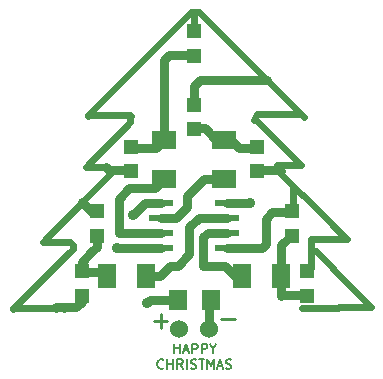
<source format=gtl>
G04 #@! TF.FileFunction,Copper,L1,Top,Signal*
%FSLAX46Y46*%
G04 Gerber Fmt 4.6, Leading zero omitted, Abs format (unit mm)*
G04 Created by KiCad (PCBNEW 4.0.1-stable) date 27/05/2016 22:17:39*
%MOMM*%
G01*
G04 APERTURE LIST*
%ADD10C,0.150000*%
%ADD11C,0.225000*%
%ADD12C,0.250000*%
%ADD13C,0.200000*%
%ADD14C,1.524000*%
%ADD15R,2.032000X1.524000*%
%ADD16R,1.524000X2.032000*%
%ADD17R,1.600200X1.803400*%
%ADD18R,1.198880X1.198880*%
%ADD19R,1.998980X0.599440*%
%ADD20C,0.889000*%
%ADD21C,0.800000*%
%ADD22C,0.600000*%
G04 APERTURE END LIST*
D10*
D11*
X318768572Y-198367143D02*
X319911429Y-198367143D01*
D12*
X313068572Y-198547143D02*
X314211429Y-198547143D01*
X313640000Y-199118571D02*
X313640000Y-197975714D01*
D13*
X314785715Y-201281905D02*
X314785715Y-200481905D01*
X314785715Y-200862857D02*
X315242858Y-200862857D01*
X315242858Y-201281905D02*
X315242858Y-200481905D01*
X315585715Y-201053333D02*
X315966667Y-201053333D01*
X315509524Y-201281905D02*
X315776191Y-200481905D01*
X316042858Y-201281905D01*
X316309524Y-201281905D02*
X316309524Y-200481905D01*
X316614286Y-200481905D01*
X316690477Y-200520000D01*
X316728572Y-200558095D01*
X316766667Y-200634286D01*
X316766667Y-200748571D01*
X316728572Y-200824762D01*
X316690477Y-200862857D01*
X316614286Y-200900952D01*
X316309524Y-200900952D01*
X317109524Y-201281905D02*
X317109524Y-200481905D01*
X317414286Y-200481905D01*
X317490477Y-200520000D01*
X317528572Y-200558095D01*
X317566667Y-200634286D01*
X317566667Y-200748571D01*
X317528572Y-200824762D01*
X317490477Y-200862857D01*
X317414286Y-200900952D01*
X317109524Y-200900952D01*
X318061905Y-200900952D02*
X318061905Y-201281905D01*
X317795238Y-200481905D02*
X318061905Y-200900952D01*
X318328572Y-200481905D01*
X313871429Y-202525714D02*
X313833334Y-202563810D01*
X313719048Y-202601905D01*
X313642858Y-202601905D01*
X313528572Y-202563810D01*
X313452381Y-202487619D01*
X313414286Y-202411429D01*
X313376191Y-202259048D01*
X313376191Y-202144762D01*
X313414286Y-201992381D01*
X313452381Y-201916190D01*
X313528572Y-201840000D01*
X313642858Y-201801905D01*
X313719048Y-201801905D01*
X313833334Y-201840000D01*
X313871429Y-201878095D01*
X314214286Y-202601905D02*
X314214286Y-201801905D01*
X314214286Y-202182857D02*
X314671429Y-202182857D01*
X314671429Y-202601905D02*
X314671429Y-201801905D01*
X315509524Y-202601905D02*
X315242857Y-202220952D01*
X315052381Y-202601905D02*
X315052381Y-201801905D01*
X315357143Y-201801905D01*
X315433334Y-201840000D01*
X315471429Y-201878095D01*
X315509524Y-201954286D01*
X315509524Y-202068571D01*
X315471429Y-202144762D01*
X315433334Y-202182857D01*
X315357143Y-202220952D01*
X315052381Y-202220952D01*
X315852381Y-202601905D02*
X315852381Y-201801905D01*
X316195238Y-202563810D02*
X316309524Y-202601905D01*
X316500000Y-202601905D01*
X316576190Y-202563810D01*
X316614286Y-202525714D01*
X316652381Y-202449524D01*
X316652381Y-202373333D01*
X316614286Y-202297143D01*
X316576190Y-202259048D01*
X316500000Y-202220952D01*
X316347619Y-202182857D01*
X316271428Y-202144762D01*
X316233333Y-202106667D01*
X316195238Y-202030476D01*
X316195238Y-201954286D01*
X316233333Y-201878095D01*
X316271428Y-201840000D01*
X316347619Y-201801905D01*
X316538095Y-201801905D01*
X316652381Y-201840000D01*
X316880952Y-201801905D02*
X317338095Y-201801905D01*
X317109524Y-202601905D02*
X317109524Y-201801905D01*
X317604762Y-202601905D02*
X317604762Y-201801905D01*
X317871429Y-202373333D01*
X318138096Y-201801905D01*
X318138096Y-202601905D01*
X318480953Y-202373333D02*
X318861905Y-202373333D01*
X318404762Y-202601905D02*
X318671429Y-201801905D01*
X318938096Y-202601905D01*
X319166667Y-202563810D02*
X319280953Y-202601905D01*
X319471429Y-202601905D01*
X319547619Y-202563810D01*
X319585715Y-202525714D01*
X319623810Y-202449524D01*
X319623810Y-202373333D01*
X319585715Y-202297143D01*
X319547619Y-202259048D01*
X319471429Y-202220952D01*
X319319048Y-202182857D01*
X319242857Y-202144762D01*
X319204762Y-202106667D01*
X319166667Y-202030476D01*
X319166667Y-201954286D01*
X319204762Y-201878095D01*
X319242857Y-201840000D01*
X319319048Y-201801905D01*
X319509524Y-201801905D01*
X319623810Y-201840000D01*
D14*
X317754000Y-199199500D03*
X315214000Y-199199500D03*
D15*
X319024000Y-186499500D03*
X319024000Y-183197500D03*
D16*
X320548000Y-194754500D03*
X323850000Y-194754500D03*
D15*
X313944000Y-183197500D03*
X313944000Y-186499500D03*
D16*
X312420000Y-194754500D03*
X309118000Y-194754500D03*
D17*
X317881000Y-196786500D03*
X315087000Y-196786500D03*
D18*
X316484000Y-176118520D03*
X316484000Y-174020480D03*
X311150000Y-185897520D03*
X311150000Y-183799480D03*
X321818000Y-183799480D03*
X321818000Y-185897520D03*
X316484000Y-180243480D03*
X316484000Y-182341520D03*
X308229000Y-191358520D03*
X308229000Y-189260480D03*
X306959000Y-196438520D03*
X306959000Y-194340480D03*
X324739000Y-191358520D03*
X324739000Y-189260480D03*
X326009000Y-194340480D03*
X326009000Y-196438520D03*
D19*
X313690000Y-188531500D03*
X313690000Y-189801500D03*
X313690000Y-191071500D03*
X313690000Y-192341500D03*
X319278000Y-192341500D03*
X319278000Y-191071500D03*
X319278000Y-189801500D03*
X319278000Y-188531500D03*
D20*
X321208400Y-188556900D03*
X309981600Y-192366900D03*
X312470800Y-197040500D03*
X311302400Y-189572900D03*
D21*
X319278000Y-188531500D02*
X321183000Y-188531500D01*
X321183000Y-188531500D02*
X321208400Y-188556900D01*
X309981600Y-192366900D02*
X310007000Y-192392300D01*
X310007000Y-192392300D02*
X313690000Y-192341500D01*
X317754000Y-199199500D02*
X317754000Y-196913500D01*
X317754000Y-196913500D02*
X317881000Y-196786500D01*
X312470800Y-197040500D02*
X312724800Y-196786500D01*
X315087000Y-196786500D02*
X312724800Y-196786500D01*
X312343800Y-188531500D02*
X313690000Y-188531500D01*
X311302400Y-189572900D02*
X312343800Y-188531500D01*
X316484000Y-176022000D02*
X314388500Y-176022000D01*
X313944000Y-176466500D02*
X313944000Y-183197500D01*
X314388500Y-176022000D02*
X313944000Y-176466500D01*
X311150000Y-183896000D02*
X313245500Y-183896000D01*
X313245500Y-183896000D02*
X313944000Y-183197500D01*
X319278000Y-192341500D02*
X322249800Y-192341500D01*
X323100700Y-189357000D02*
X324739000Y-189357000D01*
X322529200Y-189928500D02*
X323100700Y-189357000D01*
X322529200Y-192062100D02*
X322529200Y-189928500D01*
X322249800Y-192341500D02*
X322529200Y-192062100D01*
X306959000Y-196342000D02*
X306959000Y-196913500D01*
X304749200Y-197396100D02*
X304749200Y-197485000D01*
X306476400Y-197396100D02*
X304749200Y-197396100D01*
X306959000Y-196913500D02*
X306476400Y-197396100D01*
X308229000Y-189357000D02*
X307835300Y-189357000D01*
X307835300Y-189357000D02*
X306984400Y-188506100D01*
X311150000Y-185801000D02*
X309435500Y-185801000D01*
X309435500Y-185801000D02*
X309308500Y-185801000D01*
D22*
X307340000Y-185483500D02*
X308991000Y-185483500D01*
X311086500Y-181737000D02*
X307340000Y-185483500D01*
X311086500Y-181102000D02*
X311086500Y-181737000D01*
D21*
X309308500Y-185801000D02*
X308991000Y-185483500D01*
X309372000Y-185864500D02*
X309435500Y-185801000D01*
D22*
X305943000Y-191833500D02*
X306197000Y-192087500D01*
X306197000Y-192087500D02*
X306197000Y-192468500D01*
X306197000Y-192468500D02*
X301180500Y-197485000D01*
X309372000Y-186118500D02*
X306984400Y-188506100D01*
X306984400Y-188506100D02*
X303657000Y-191833500D01*
X309372000Y-185864500D02*
X309372000Y-186118500D01*
X303657000Y-191833500D02*
X305943000Y-191833500D01*
D21*
X311086500Y-185864500D02*
X311150000Y-185801000D01*
X321818000Y-185801000D02*
X323786500Y-185801000D01*
X323786500Y-185801000D02*
X323850000Y-185864500D01*
X316484000Y-180340000D02*
X316484000Y-178650900D01*
X316941200Y-178193700D02*
X322656200Y-178193700D01*
X316484000Y-178650900D02*
X316941200Y-178193700D01*
D22*
X331419200Y-197345300D02*
X328777600Y-197345300D01*
X328218800Y-194144900D02*
X331419200Y-197345300D01*
X326390000Y-192671700D02*
X326796400Y-192671700D01*
X326796400Y-192671700D02*
X328218800Y-194094100D01*
X328218800Y-194094100D02*
X328218800Y-194144900D01*
X328625200Y-197497700D02*
X325577200Y-197497700D01*
X328777600Y-197345300D02*
X328625200Y-197497700D01*
X326390000Y-191655700D02*
X326390000Y-192671700D01*
X326390000Y-192671700D02*
X326390000Y-194056000D01*
X326390000Y-194056000D02*
X326009000Y-194437000D01*
X329387200Y-191655700D02*
X326390000Y-191655700D01*
X328218800Y-190487300D02*
X329387200Y-191655700D01*
X328218800Y-190436500D02*
X325678800Y-187896500D01*
X324866000Y-187134500D02*
X325628000Y-187896500D01*
X325628000Y-187896500D02*
X325678800Y-187896500D01*
X328218800Y-190436500D02*
X328218800Y-190487300D01*
X326390000Y-191655700D02*
X326339200Y-191604900D01*
X324866000Y-187134500D02*
X324866000Y-189230000D01*
X324866000Y-189230000D02*
X324739000Y-189357000D01*
X323850000Y-185864500D02*
X323850000Y-186118500D01*
X321818000Y-181038500D02*
X321564000Y-181546500D01*
X325501000Y-181038500D02*
X321818000Y-181038500D01*
X323469000Y-185356500D02*
X325501000Y-185356500D01*
X321691000Y-181546500D02*
X325501000Y-185356500D01*
X321564000Y-181546500D02*
X321691000Y-181546500D01*
X323469000Y-185356500D02*
X323850000Y-185864500D01*
X323850000Y-186118500D02*
X324866000Y-187134500D01*
X301180500Y-197485000D02*
X304749200Y-197485000D01*
X304749200Y-197485000D02*
X305371500Y-197485000D01*
X305371500Y-197485000D02*
X305435000Y-197548500D01*
X301180500Y-197485000D02*
X301117000Y-197548500D01*
X307530500Y-181102000D02*
X311086500Y-181102000D01*
X311086500Y-181102000D02*
X311150000Y-181165500D01*
X316484000Y-172402500D02*
X316230000Y-172402500D01*
X316230000Y-172402500D02*
X307530500Y-181102000D01*
X307530500Y-181102000D02*
X307467000Y-181165500D01*
X316484000Y-172402500D02*
X316865000Y-172402500D01*
X316484000Y-174117000D02*
X316484000Y-172402500D01*
X316865000Y-172402500D02*
X322656200Y-178193700D01*
X322656200Y-178193700D02*
X325501000Y-181038500D01*
X325501000Y-181038500D02*
X325755000Y-181292500D01*
D21*
X319024000Y-183197500D02*
X319608200Y-183197500D01*
X320306700Y-183896000D02*
X321818000Y-183896000D01*
X319608200Y-183197500D02*
X320306700Y-183896000D01*
X319024000Y-183197500D02*
X318338200Y-183197500D01*
X317385700Y-182245000D02*
X316484000Y-182245000D01*
X318338200Y-183197500D02*
X317385700Y-182245000D01*
X308229000Y-191262000D02*
X308229000Y-192290700D01*
X308229000Y-192290700D02*
X308229000Y-192163700D01*
X306959000Y-194437000D02*
X308800500Y-194437000D01*
X308800500Y-194437000D02*
X309118000Y-194754500D01*
X308229000Y-191262000D02*
X308229000Y-192163700D01*
X308229000Y-192163700D02*
X308229000Y-192290700D01*
X306959000Y-193560700D02*
X306959000Y-194437000D01*
X307848000Y-192671700D02*
X306959000Y-193560700D01*
X308229000Y-192290700D02*
X307848000Y-192671700D01*
X323850000Y-194754500D02*
X323850000Y-196405500D01*
X323913500Y-196342000D02*
X326009000Y-196342000D01*
X323850000Y-196405500D02*
X323913500Y-196342000D01*
X323850000Y-194754500D02*
X323850000Y-192151000D01*
X323850000Y-192151000D02*
X324739000Y-191262000D01*
X319024000Y-186499500D02*
X317322200Y-186499500D01*
X314985400Y-189801500D02*
X313690000Y-189801500D01*
X315874400Y-188912500D02*
X314985400Y-189801500D01*
X315874400Y-187947300D02*
X315874400Y-188912500D01*
X317322200Y-186499500D02*
X315874400Y-187947300D01*
X310997600Y-187286900D02*
X313156600Y-187286900D01*
X313690000Y-191071500D02*
X310108600Y-191071500D01*
X313156600Y-187286900D02*
X313944000Y-186499500D01*
X310083200Y-188201300D02*
X310997600Y-187286900D01*
X310083200Y-191046100D02*
X310083200Y-188201300D01*
X310108600Y-191071500D02*
X310083200Y-191046100D01*
X320548000Y-194754500D02*
X319938400Y-194754500D01*
X317627000Y-191071500D02*
X319278000Y-191071500D01*
X317246000Y-191452500D02*
X317627000Y-191071500D01*
X317246000Y-193890900D02*
X317246000Y-191452500D01*
X317195200Y-193941700D02*
X317246000Y-193890900D01*
X319125600Y-193941700D02*
X317195200Y-193941700D01*
X319938400Y-194754500D02*
X319125600Y-193941700D01*
X312420000Y-194754500D02*
X313588400Y-194754500D01*
X316915800Y-189801500D02*
X319278000Y-189801500D01*
X316077600Y-190639700D02*
X316915800Y-189801500D01*
X316077600Y-192925700D02*
X316077600Y-190639700D01*
X315112400Y-193890900D02*
X316077600Y-192925700D01*
X314452000Y-193890900D02*
X315112400Y-193890900D01*
X313588400Y-194754500D02*
X314452000Y-193890900D01*
M02*

</source>
